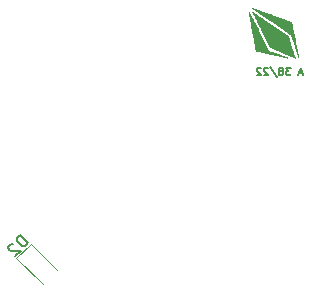
<source format=gbr>
%TF.GenerationSoftware,KiCad,Pcbnew,(6.0.7)*%
%TF.CreationDate,2022-09-13T12:21:28-04:00*%
%TF.ProjectId,switch-board,73776974-6368-42d6-926f-6172642e6b69,A*%
%TF.SameCoordinates,Original*%
%TF.FileFunction,Legend,Bot*%
%TF.FilePolarity,Positive*%
%FSLAX46Y46*%
G04 Gerber Fmt 4.6, Leading zero omitted, Abs format (unit mm)*
G04 Created by KiCad (PCBNEW (6.0.7)) date 2022-09-13 12:21:28*
%MOMM*%
%LPD*%
G01*
G04 APERTURE LIST*
%ADD10C,0.127000*%
%ADD11C,0.150000*%
%ADD12C,0.010000*%
%ADD13C,0.120000*%
G04 APERTURE END LIST*
D10*
X123855238Y-53445833D02*
X123552857Y-53445833D01*
X123915714Y-53627261D02*
X123704047Y-52992261D01*
X123492380Y-53627261D01*
X122857380Y-52992261D02*
X122464285Y-52992261D01*
X122675952Y-53234166D01*
X122585238Y-53234166D01*
X122524761Y-53264404D01*
X122494523Y-53294642D01*
X122464285Y-53355119D01*
X122464285Y-53506309D01*
X122494523Y-53566785D01*
X122524761Y-53597023D01*
X122585238Y-53627261D01*
X122766666Y-53627261D01*
X122827142Y-53597023D01*
X122857380Y-53566785D01*
X122101428Y-53264404D02*
X122161904Y-53234166D01*
X122192142Y-53203928D01*
X122222380Y-53143452D01*
X122222380Y-53113214D01*
X122192142Y-53052738D01*
X122161904Y-53022500D01*
X122101428Y-52992261D01*
X121980476Y-52992261D01*
X121920000Y-53022500D01*
X121889761Y-53052738D01*
X121859523Y-53113214D01*
X121859523Y-53143452D01*
X121889761Y-53203928D01*
X121920000Y-53234166D01*
X121980476Y-53264404D01*
X122101428Y-53264404D01*
X122161904Y-53294642D01*
X122192142Y-53324880D01*
X122222380Y-53385357D01*
X122222380Y-53506309D01*
X122192142Y-53566785D01*
X122161904Y-53597023D01*
X122101428Y-53627261D01*
X121980476Y-53627261D01*
X121920000Y-53597023D01*
X121889761Y-53566785D01*
X121859523Y-53506309D01*
X121859523Y-53385357D01*
X121889761Y-53324880D01*
X121920000Y-53294642D01*
X121980476Y-53264404D01*
X121133809Y-52962023D02*
X121678095Y-53778452D01*
X120952380Y-53052738D02*
X120922142Y-53022500D01*
X120861666Y-52992261D01*
X120710476Y-52992261D01*
X120650000Y-53022500D01*
X120619761Y-53052738D01*
X120589523Y-53113214D01*
X120589523Y-53173690D01*
X120619761Y-53264404D01*
X120982619Y-53627261D01*
X120589523Y-53627261D01*
X120347619Y-53052738D02*
X120317380Y-53022500D01*
X120256904Y-52992261D01*
X120105714Y-52992261D01*
X120045238Y-53022500D01*
X120015000Y-53052738D01*
X119984761Y-53113214D01*
X119984761Y-53173690D01*
X120015000Y-53264404D01*
X120377857Y-53627261D01*
X119984761Y-53627261D01*
D11*
%TO.C,D2*%
X100645742Y-67851918D02*
X99938636Y-67144811D01*
X99770277Y-67313170D01*
X99702933Y-67447857D01*
X99702933Y-67582544D01*
X99736605Y-67683559D01*
X99837620Y-67851918D01*
X99938636Y-67952933D01*
X100106994Y-68053949D01*
X100208010Y-68087620D01*
X100342697Y-68087620D01*
X100477384Y-68020277D01*
X100645742Y-67851918D01*
X99332544Y-67885590D02*
X99265200Y-67885590D01*
X99164185Y-67919261D01*
X98995826Y-68087620D01*
X98962155Y-68188636D01*
X98962155Y-68255979D01*
X98995826Y-68356994D01*
X99063170Y-68424338D01*
X99197857Y-68491681D01*
X100005979Y-68491681D01*
X99568246Y-68929414D01*
%TO.C,G\u002A\u002A\u002A*%
G36*
X119646229Y-47950604D02*
G01*
X119672724Y-47959322D01*
X119683458Y-47963135D01*
X119712452Y-47973542D01*
X119754714Y-47988788D01*
X119809376Y-48008558D01*
X119875567Y-48032535D01*
X119952418Y-48060402D01*
X120039059Y-48091843D01*
X120134623Y-48126541D01*
X120238238Y-48164179D01*
X120349036Y-48204442D01*
X120466147Y-48247013D01*
X120588702Y-48291574D01*
X120715832Y-48337811D01*
X120846666Y-48385405D01*
X120980337Y-48434041D01*
X121115973Y-48483402D01*
X121252707Y-48533172D01*
X121389669Y-48583034D01*
X121525988Y-48632671D01*
X121660797Y-48681768D01*
X121793225Y-48730007D01*
X121922403Y-48777072D01*
X122047462Y-48822646D01*
X122167532Y-48866414D01*
X122281744Y-48908057D01*
X122389229Y-48947261D01*
X122489117Y-48983708D01*
X122580538Y-49017083D01*
X122662625Y-49047067D01*
X122734506Y-49073346D01*
X122795313Y-49095602D01*
X122844176Y-49113518D01*
X122880227Y-49126779D01*
X122902595Y-49135068D01*
X122910411Y-49138068D01*
X122910481Y-49138244D01*
X122912796Y-49148465D01*
X122918096Y-49173684D01*
X122926188Y-49212931D01*
X122936877Y-49265236D01*
X122949968Y-49329629D01*
X122965268Y-49405138D01*
X122982583Y-49490795D01*
X123001718Y-49585629D01*
X123022479Y-49688670D01*
X123044672Y-49798948D01*
X123068102Y-49915492D01*
X123092576Y-50037333D01*
X123117899Y-50163500D01*
X123143876Y-50293022D01*
X123170315Y-50424931D01*
X123197020Y-50558256D01*
X123223798Y-50692025D01*
X123250453Y-50825271D01*
X123276793Y-50957021D01*
X123302622Y-51086307D01*
X123327747Y-51212157D01*
X123351973Y-51333602D01*
X123375106Y-51449671D01*
X123396952Y-51559395D01*
X123417316Y-51661803D01*
X123436005Y-51755925D01*
X123452824Y-51840791D01*
X123467579Y-51915430D01*
X123480076Y-51978873D01*
X123490121Y-52030149D01*
X123497518Y-52068288D01*
X123502075Y-52092320D01*
X123503597Y-52101275D01*
X123501762Y-52096392D01*
X123495393Y-52076917D01*
X123484746Y-52043510D01*
X123470115Y-51997110D01*
X123451790Y-51938654D01*
X123430065Y-51869081D01*
X123405231Y-51789328D01*
X123377580Y-51700333D01*
X123347405Y-51603035D01*
X123314996Y-51498372D01*
X123280647Y-51387281D01*
X123244649Y-51270701D01*
X123207295Y-51149569D01*
X122911451Y-50189595D01*
X121274768Y-49073923D01*
X121269287Y-49070187D01*
X121121232Y-48969258D01*
X120976696Y-48870719D01*
X120836270Y-48774972D01*
X120700545Y-48682422D01*
X120570110Y-48593471D01*
X120445556Y-48508521D01*
X120327475Y-48427976D01*
X120216456Y-48352239D01*
X120113091Y-48281713D01*
X120017969Y-48216800D01*
X119931682Y-48157904D01*
X119854819Y-48105428D01*
X119787972Y-48059775D01*
X119731731Y-48021347D01*
X119686687Y-47990548D01*
X119653430Y-47967781D01*
X119632550Y-47953448D01*
X119624639Y-47947953D01*
X119623236Y-47946484D01*
X119628850Y-47946116D01*
X119646229Y-47950604D01*
G37*
D12*
X119646229Y-47950604D02*
X119672724Y-47959322D01*
X119683458Y-47963135D01*
X119712452Y-47973542D01*
X119754714Y-47988788D01*
X119809376Y-48008558D01*
X119875567Y-48032535D01*
X119952418Y-48060402D01*
X120039059Y-48091843D01*
X120134623Y-48126541D01*
X120238238Y-48164179D01*
X120349036Y-48204442D01*
X120466147Y-48247013D01*
X120588702Y-48291574D01*
X120715832Y-48337811D01*
X120846666Y-48385405D01*
X120980337Y-48434041D01*
X121115973Y-48483402D01*
X121252707Y-48533172D01*
X121389669Y-48583034D01*
X121525988Y-48632671D01*
X121660797Y-48681768D01*
X121793225Y-48730007D01*
X121922403Y-48777072D01*
X122047462Y-48822646D01*
X122167532Y-48866414D01*
X122281744Y-48908057D01*
X122389229Y-48947261D01*
X122489117Y-48983708D01*
X122580538Y-49017083D01*
X122662625Y-49047067D01*
X122734506Y-49073346D01*
X122795313Y-49095602D01*
X122844176Y-49113518D01*
X122880227Y-49126779D01*
X122902595Y-49135068D01*
X122910411Y-49138068D01*
X122910481Y-49138244D01*
X122912796Y-49148465D01*
X122918096Y-49173684D01*
X122926188Y-49212931D01*
X122936877Y-49265236D01*
X122949968Y-49329629D01*
X122965268Y-49405138D01*
X122982583Y-49490795D01*
X123001718Y-49585629D01*
X123022479Y-49688670D01*
X123044672Y-49798948D01*
X123068102Y-49915492D01*
X123092576Y-50037333D01*
X123117899Y-50163500D01*
X123143876Y-50293022D01*
X123170315Y-50424931D01*
X123197020Y-50558256D01*
X123223798Y-50692025D01*
X123250453Y-50825271D01*
X123276793Y-50957021D01*
X123302622Y-51086307D01*
X123327747Y-51212157D01*
X123351973Y-51333602D01*
X123375106Y-51449671D01*
X123396952Y-51559395D01*
X123417316Y-51661803D01*
X123436005Y-51755925D01*
X123452824Y-51840791D01*
X123467579Y-51915430D01*
X123480076Y-51978873D01*
X123490121Y-52030149D01*
X123497518Y-52068288D01*
X123502075Y-52092320D01*
X123503597Y-52101275D01*
X123501762Y-52096392D01*
X123495393Y-52076917D01*
X123484746Y-52043510D01*
X123470115Y-51997110D01*
X123451790Y-51938654D01*
X123430065Y-51869081D01*
X123405231Y-51789328D01*
X123377580Y-51700333D01*
X123347405Y-51603035D01*
X123314996Y-51498372D01*
X123280647Y-51387281D01*
X123244649Y-51270701D01*
X123207295Y-51149569D01*
X122911451Y-50189595D01*
X121274768Y-49073923D01*
X121269287Y-49070187D01*
X121121232Y-48969258D01*
X120976696Y-48870719D01*
X120836270Y-48774972D01*
X120700545Y-48682422D01*
X120570110Y-48593471D01*
X120445556Y-48508521D01*
X120327475Y-48427976D01*
X120216456Y-48352239D01*
X120113091Y-48281713D01*
X120017969Y-48216800D01*
X119931682Y-48157904D01*
X119854819Y-48105428D01*
X119787972Y-48059775D01*
X119731731Y-48021347D01*
X119686687Y-47990548D01*
X119653430Y-47967781D01*
X119632550Y-47953448D01*
X119624639Y-47947953D01*
X119623236Y-47946484D01*
X119628850Y-47946116D01*
X119646229Y-47950604D01*
G36*
X119314832Y-48245528D02*
G01*
X119321575Y-48258404D01*
X119335187Y-48285035D01*
X119355338Y-48324766D01*
X119381701Y-48376942D01*
X119413947Y-48440908D01*
X119451748Y-48516011D01*
X119494773Y-48601595D01*
X119542696Y-48697006D01*
X119595187Y-48801589D01*
X119651918Y-48914690D01*
X119712560Y-49035653D01*
X119776785Y-49163825D01*
X119844263Y-49298550D01*
X119914667Y-49439175D01*
X119987667Y-49585043D01*
X120062936Y-49735502D01*
X120140144Y-49889896D01*
X120963967Y-51537607D01*
X121760222Y-51826780D01*
X121844695Y-51857470D01*
X121951718Y-51896387D01*
X122053901Y-51933583D01*
X122150186Y-51968672D01*
X122239513Y-52001264D01*
X122320825Y-52030975D01*
X122393063Y-52057415D01*
X122455168Y-52080199D01*
X122506082Y-52098939D01*
X122544746Y-52113247D01*
X122570101Y-52122737D01*
X122581089Y-52127021D01*
X122585182Y-52128919D01*
X122594039Y-52134140D01*
X122589293Y-52134354D01*
X122580651Y-52132425D01*
X122556704Y-52127097D01*
X122518380Y-52118576D01*
X122466526Y-52107051D01*
X122401989Y-52092709D01*
X122325615Y-52075739D01*
X122238251Y-52056329D01*
X122140743Y-52034666D01*
X122033938Y-52010940D01*
X121918682Y-51985337D01*
X121795823Y-51958047D01*
X121666206Y-51929256D01*
X121530679Y-51899154D01*
X121390088Y-51867928D01*
X121245279Y-51835767D01*
X121107336Y-51805114D01*
X120966867Y-51773863D01*
X120831545Y-51743720D01*
X120702207Y-51714874D01*
X120579687Y-51687512D01*
X120464823Y-51661821D01*
X120358452Y-51637990D01*
X120261409Y-51616206D01*
X120174531Y-51596657D01*
X120098655Y-51579530D01*
X120034616Y-51565015D01*
X119983252Y-51553297D01*
X119945398Y-51544565D01*
X119921891Y-51539007D01*
X119913568Y-51536811D01*
X119911963Y-51529649D01*
X119907573Y-51507225D01*
X119900589Y-51470447D01*
X119891180Y-51420240D01*
X119879513Y-51357527D01*
X119865756Y-51283234D01*
X119850078Y-51198283D01*
X119832647Y-51103599D01*
X119813632Y-51000106D01*
X119793200Y-50888728D01*
X119771520Y-50770388D01*
X119748760Y-50646012D01*
X119725088Y-50516522D01*
X119700672Y-50382844D01*
X119675681Y-50245900D01*
X119650284Y-50106616D01*
X119624647Y-49965914D01*
X119598939Y-49824720D01*
X119573330Y-49683957D01*
X119547986Y-49544548D01*
X119523076Y-49407419D01*
X119498769Y-49273494D01*
X119475232Y-49143695D01*
X119452634Y-49018947D01*
X119431142Y-48900175D01*
X119410927Y-48788302D01*
X119392154Y-48684253D01*
X119374994Y-48588950D01*
X119359613Y-48503319D01*
X119346180Y-48428284D01*
X119334864Y-48364767D01*
X119325833Y-48313695D01*
X119319254Y-48275989D01*
X119315297Y-48252575D01*
X119314129Y-48244377D01*
X119314832Y-48245528D01*
G37*
X119314832Y-48245528D02*
X119321575Y-48258404D01*
X119335187Y-48285035D01*
X119355338Y-48324766D01*
X119381701Y-48376942D01*
X119413947Y-48440908D01*
X119451748Y-48516011D01*
X119494773Y-48601595D01*
X119542696Y-48697006D01*
X119595187Y-48801589D01*
X119651918Y-48914690D01*
X119712560Y-49035653D01*
X119776785Y-49163825D01*
X119844263Y-49298550D01*
X119914667Y-49439175D01*
X119987667Y-49585043D01*
X120062936Y-49735502D01*
X120140144Y-49889896D01*
X120963967Y-51537607D01*
X121760222Y-51826780D01*
X121844695Y-51857470D01*
X121951718Y-51896387D01*
X122053901Y-51933583D01*
X122150186Y-51968672D01*
X122239513Y-52001264D01*
X122320825Y-52030975D01*
X122393063Y-52057415D01*
X122455168Y-52080199D01*
X122506082Y-52098939D01*
X122544746Y-52113247D01*
X122570101Y-52122737D01*
X122581089Y-52127021D01*
X122585182Y-52128919D01*
X122594039Y-52134140D01*
X122589293Y-52134354D01*
X122580651Y-52132425D01*
X122556704Y-52127097D01*
X122518380Y-52118576D01*
X122466526Y-52107051D01*
X122401989Y-52092709D01*
X122325615Y-52075739D01*
X122238251Y-52056329D01*
X122140743Y-52034666D01*
X122033938Y-52010940D01*
X121918682Y-51985337D01*
X121795823Y-51958047D01*
X121666206Y-51929256D01*
X121530679Y-51899154D01*
X121390088Y-51867928D01*
X121245279Y-51835767D01*
X121107336Y-51805114D01*
X120966867Y-51773863D01*
X120831545Y-51743720D01*
X120702207Y-51714874D01*
X120579687Y-51687512D01*
X120464823Y-51661821D01*
X120358452Y-51637990D01*
X120261409Y-51616206D01*
X120174531Y-51596657D01*
X120098655Y-51579530D01*
X120034616Y-51565015D01*
X119983252Y-51553297D01*
X119945398Y-51544565D01*
X119921891Y-51539007D01*
X119913568Y-51536811D01*
X119911963Y-51529649D01*
X119907573Y-51507225D01*
X119900589Y-51470447D01*
X119891180Y-51420240D01*
X119879513Y-51357527D01*
X119865756Y-51283234D01*
X119850078Y-51198283D01*
X119832647Y-51103599D01*
X119813632Y-51000106D01*
X119793200Y-50888728D01*
X119771520Y-50770388D01*
X119748760Y-50646012D01*
X119725088Y-50516522D01*
X119700672Y-50382844D01*
X119675681Y-50245900D01*
X119650284Y-50106616D01*
X119624647Y-49965914D01*
X119598939Y-49824720D01*
X119573330Y-49683957D01*
X119547986Y-49544548D01*
X119523076Y-49407419D01*
X119498769Y-49273494D01*
X119475232Y-49143695D01*
X119452634Y-49018947D01*
X119431142Y-48900175D01*
X119410927Y-48788302D01*
X119392154Y-48684253D01*
X119374994Y-48588950D01*
X119359613Y-48503319D01*
X119346180Y-48428284D01*
X119334864Y-48364767D01*
X119325833Y-48313695D01*
X119319254Y-48275989D01*
X119315297Y-48252575D01*
X119314129Y-48244377D01*
X119314832Y-48245528D01*
G36*
X119618267Y-48245081D02*
G01*
X119629564Y-48252509D01*
X119653489Y-48268793D01*
X119689436Y-48293512D01*
X119736802Y-48326247D01*
X119794983Y-48366574D01*
X119863374Y-48414074D01*
X119941371Y-48468326D01*
X120028371Y-48528907D01*
X120123767Y-48595398D01*
X120226957Y-48667377D01*
X120337337Y-48744423D01*
X120454301Y-48826114D01*
X120577246Y-48912031D01*
X120705567Y-49001751D01*
X120838661Y-49094853D01*
X120975922Y-49190918D01*
X121116747Y-49289522D01*
X122613030Y-50337451D01*
X122910868Y-51231673D01*
X122928321Y-51284085D01*
X122966561Y-51398994D01*
X123003177Y-51509128D01*
X123037847Y-51613507D01*
X123070245Y-51711150D01*
X123100046Y-51801076D01*
X123126927Y-51882304D01*
X123150563Y-51953853D01*
X123170629Y-52014742D01*
X123186801Y-52063990D01*
X123198754Y-52100616D01*
X123206163Y-52123638D01*
X123208706Y-52132077D01*
X123208705Y-52132223D01*
X123206654Y-52137999D01*
X123203011Y-52136486D01*
X123185559Y-52129069D01*
X123154475Y-52115798D01*
X123110619Y-52097043D01*
X123054850Y-52073171D01*
X122988026Y-52044550D01*
X122911008Y-52011549D01*
X122824653Y-51974536D01*
X122729821Y-51933880D01*
X122627372Y-51889947D01*
X122518163Y-51843107D01*
X122403055Y-51793727D01*
X122282907Y-51742177D01*
X122158576Y-51688823D01*
X121112549Y-51239906D01*
X120363453Y-49743803D01*
X120319707Y-49656416D01*
X120247242Y-49511595D01*
X120176986Y-49371101D01*
X120109282Y-49235624D01*
X120044473Y-49105854D01*
X119982901Y-48982480D01*
X119924910Y-48866191D01*
X119870843Y-48757677D01*
X119821043Y-48657627D01*
X119775852Y-48566730D01*
X119735615Y-48485676D01*
X119700673Y-48415154D01*
X119671371Y-48355853D01*
X119648050Y-48308462D01*
X119631055Y-48273672D01*
X119620727Y-48252170D01*
X119617411Y-48244648D01*
X119618267Y-48245081D01*
G37*
X119618267Y-48245081D02*
X119629564Y-48252509D01*
X119653489Y-48268793D01*
X119689436Y-48293512D01*
X119736802Y-48326247D01*
X119794983Y-48366574D01*
X119863374Y-48414074D01*
X119941371Y-48468326D01*
X120028371Y-48528907D01*
X120123767Y-48595398D01*
X120226957Y-48667377D01*
X120337337Y-48744423D01*
X120454301Y-48826114D01*
X120577246Y-48912031D01*
X120705567Y-49001751D01*
X120838661Y-49094853D01*
X120975922Y-49190918D01*
X121116747Y-49289522D01*
X122613030Y-50337451D01*
X122910868Y-51231673D01*
X122928321Y-51284085D01*
X122966561Y-51398994D01*
X123003177Y-51509128D01*
X123037847Y-51613507D01*
X123070245Y-51711150D01*
X123100046Y-51801076D01*
X123126927Y-51882304D01*
X123150563Y-51953853D01*
X123170629Y-52014742D01*
X123186801Y-52063990D01*
X123198754Y-52100616D01*
X123206163Y-52123638D01*
X123208706Y-52132077D01*
X123208705Y-52132223D01*
X123206654Y-52137999D01*
X123203011Y-52136486D01*
X123185559Y-52129069D01*
X123154475Y-52115798D01*
X123110619Y-52097043D01*
X123054850Y-52073171D01*
X122988026Y-52044550D01*
X122911008Y-52011549D01*
X122824653Y-51974536D01*
X122729821Y-51933880D01*
X122627372Y-51889947D01*
X122518163Y-51843107D01*
X122403055Y-51793727D01*
X122282907Y-51742177D01*
X122158576Y-51688823D01*
X121112549Y-51239906D01*
X120363453Y-49743803D01*
X120319707Y-49656416D01*
X120247242Y-49511595D01*
X120176986Y-49371101D01*
X120109282Y-49235624D01*
X120044473Y-49105854D01*
X119982901Y-48982480D01*
X119924910Y-48866191D01*
X119870843Y-48757677D01*
X119821043Y-48657627D01*
X119775852Y-48566730D01*
X119735615Y-48485676D01*
X119700673Y-48415154D01*
X119671371Y-48355853D01*
X119648050Y-48308462D01*
X119631055Y-48273672D01*
X119620727Y-48252170D01*
X119617411Y-48244648D01*
X119618267Y-48245081D01*
D13*
%TO.C,D2*%
X100857538Y-67905456D02*
X103084924Y-70132843D01*
X99655456Y-69107538D02*
X101882843Y-71334924D01*
X99655456Y-69107538D02*
X100857538Y-67905456D01*
%TD*%
M02*

</source>
